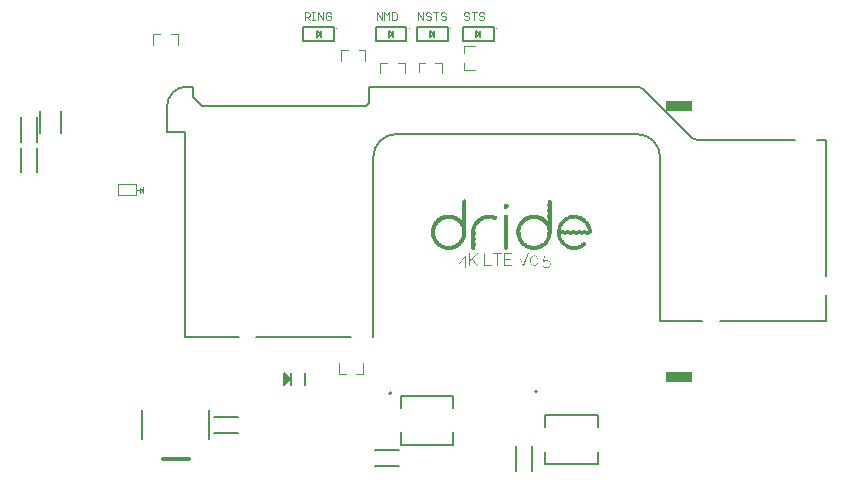
<source format=gto>
G04*
G04 #@! TF.GenerationSoftware,Altium Limited,Altium Designer,22.2.1 (43)*
G04*
G04 Layer_Color=65535*
%FSLAX44Y44*%
%MOMM*%
G71*
G04*
G04 #@! TF.SameCoordinates,D676EA34-7746-482F-A41B-9349FDE20BFB*
G04*
G04*
G04 #@! TF.FilePolarity,Positive*
G04*
G01*
G75*
%ADD10C,0.1270*%
%ADD11C,0.1016*%
%ADD12C,0.2000*%
%ADD13C,0.3000*%
%ADD14C,0.1530*%
%ADD15C,0.1001*%
%ADD16C,0.1000*%
%ADD17R,2.2330X0.9000*%
G36*
X344351Y159233D02*
X344711D01*
Y158873D01*
X345071D01*
Y158513D01*
X345431D01*
Y158153D01*
X345791D01*
Y157794D01*
X345431D01*
Y157434D01*
X345791D01*
Y157074D01*
Y156714D01*
Y156354D01*
X345431D01*
Y155995D01*
Y155635D01*
X344711D01*
Y155275D01*
X344351D01*
Y154915D01*
X343272D01*
Y155275D01*
X342912D01*
Y154915D01*
X342552D01*
Y155275D01*
X342193D01*
Y155635D01*
X341833D01*
Y155995D01*
X341473D01*
Y156354D01*
Y156714D01*
Y157074D01*
X341113D01*
Y157434D01*
X341473D01*
Y157794D01*
Y158153D01*
Y158513D01*
X341833D01*
Y158873D01*
X342912D01*
Y159233D01*
X343272D01*
Y159593D01*
X343632D01*
Y159233D01*
X343992D01*
Y159593D01*
X344351D01*
Y159233D01*
D02*
G37*
G36*
Y149878D02*
X344711D01*
Y149518D01*
X345071D01*
Y149158D01*
X345431D01*
Y148799D01*
X345071D01*
Y148439D01*
X345431D01*
Y148079D01*
Y147719D01*
Y147359D01*
X345071D01*
Y147000D01*
X345431D01*
Y146640D01*
Y146280D01*
Y145920D01*
X345071D01*
Y145560D01*
X345431D01*
Y145201D01*
X345071D01*
Y144841D01*
X345431D01*
Y144481D01*
X345071D01*
Y144121D01*
X345431D01*
Y143761D01*
Y143401D01*
Y143042D01*
X345071D01*
Y142682D01*
X345431D01*
Y142322D01*
Y141962D01*
Y141602D01*
X345071D01*
Y141243D01*
X345431D01*
Y140883D01*
Y140523D01*
Y140163D01*
X345071D01*
Y139803D01*
X345431D01*
Y139444D01*
X345071D01*
Y139084D01*
X345431D01*
Y138724D01*
X345071D01*
Y138364D01*
X345431D01*
Y138005D01*
Y137645D01*
Y137285D01*
X345071D01*
Y136925D01*
X345431D01*
Y136565D01*
Y136206D01*
Y135846D01*
X345071D01*
Y135486D01*
X345431D01*
Y135126D01*
Y134766D01*
Y134406D01*
X345071D01*
Y134047D01*
X345431D01*
Y133687D01*
X345071D01*
Y133327D01*
X345431D01*
Y132967D01*
X345071D01*
Y132607D01*
X345431D01*
Y132248D01*
Y131888D01*
Y131528D01*
X345071D01*
Y131168D01*
X345431D01*
Y130808D01*
Y130449D01*
Y130089D01*
X345071D01*
Y129729D01*
X345431D01*
Y129369D01*
Y129009D01*
Y128650D01*
X345071D01*
Y128290D01*
X345431D01*
Y127930D01*
X345071D01*
Y127570D01*
X345431D01*
Y127210D01*
X345071D01*
Y126851D01*
X345431D01*
Y126491D01*
Y126131D01*
Y125771D01*
X345071D01*
Y125411D01*
X345431D01*
Y125052D01*
Y124692D01*
Y124332D01*
X345071D01*
Y123972D01*
X345431D01*
Y123612D01*
Y123253D01*
Y122893D01*
X345071D01*
Y122533D01*
X345431D01*
Y122173D01*
Y121813D01*
Y121454D01*
X345071D01*
Y121094D01*
X344711D01*
Y120734D01*
X344351D01*
Y120374D01*
X342552D01*
Y120734D01*
X342193D01*
Y121094D01*
X341833D01*
Y121454D01*
X342193D01*
Y121813D01*
X341833D01*
Y122173D01*
X342193D01*
Y122533D01*
X341833D01*
Y122893D01*
X342193D01*
Y123253D01*
X341833D01*
Y123612D01*
X342193D01*
Y123972D01*
X341833D01*
Y124332D01*
X342193D01*
Y124692D01*
X341833D01*
Y125052D01*
X342193D01*
Y125411D01*
X341833D01*
Y125771D01*
X342193D01*
Y126131D01*
X341833D01*
Y126491D01*
X342193D01*
Y126851D01*
X341833D01*
Y127210D01*
X342193D01*
Y127570D01*
X341833D01*
Y127930D01*
X342193D01*
Y128290D01*
X341833D01*
Y128650D01*
X342193D01*
Y129009D01*
X341833D01*
Y129369D01*
X342193D01*
Y129729D01*
X341833D01*
Y130089D01*
X342193D01*
Y130449D01*
X341833D01*
Y130808D01*
X342193D01*
Y131168D01*
X341833D01*
Y131528D01*
X342193D01*
Y131888D01*
X341833D01*
Y132248D01*
X342193D01*
Y132607D01*
X341833D01*
Y132967D01*
X342193D01*
Y133327D01*
X341833D01*
Y133687D01*
X342193D01*
Y134047D01*
X341833D01*
Y134406D01*
X342193D01*
Y134766D01*
X341833D01*
Y135126D01*
X342193D01*
Y135486D01*
X341833D01*
Y135846D01*
X342193D01*
Y136206D01*
X341833D01*
Y136565D01*
X342193D01*
Y136925D01*
X341833D01*
Y137285D01*
X342193D01*
Y137645D01*
X341833D01*
Y138005D01*
X342193D01*
Y138364D01*
X341833D01*
Y138724D01*
X342193D01*
Y139084D01*
X341833D01*
Y139444D01*
X342193D01*
Y139803D01*
X341833D01*
Y140163D01*
X342193D01*
Y140523D01*
X341833D01*
Y140883D01*
X342193D01*
Y141243D01*
X341833D01*
Y141602D01*
X342193D01*
Y141962D01*
X341833D01*
Y142322D01*
X342193D01*
Y142682D01*
X341833D01*
Y143042D01*
X342193D01*
Y143401D01*
X341833D01*
Y143761D01*
X342193D01*
Y144121D01*
X341833D01*
Y144481D01*
X342193D01*
Y144841D01*
X341833D01*
Y145201D01*
X342193D01*
Y145560D01*
X341833D01*
Y145920D01*
X342193D01*
Y146280D01*
X341833D01*
Y146640D01*
X342193D01*
Y147000D01*
X341833D01*
Y147359D01*
X342193D01*
Y147719D01*
X341833D01*
Y148079D01*
X342193D01*
Y148439D01*
X341833D01*
Y148799D01*
X342193D01*
Y149158D01*
Y149518D01*
X342912D01*
Y149878D01*
X343272D01*
Y150238D01*
X343632D01*
Y149878D01*
X343992D01*
Y150238D01*
X344351D01*
Y149878D01*
D02*
G37*
G36*
X331399D02*
X331758D01*
Y149518D01*
X332118D01*
Y149878D01*
X332478D01*
Y149518D01*
X333557D01*
Y149158D01*
X334637D01*
Y148799D01*
X335716D01*
Y148439D01*
Y148079D01*
Y147719D01*
X336076D01*
Y147359D01*
Y147000D01*
Y146640D01*
X335716D01*
Y146280D01*
X335356D01*
Y145920D01*
X334996D01*
Y145560D01*
X333917D01*
Y145920D01*
X333557D01*
Y145560D01*
X333198D01*
Y145920D01*
X332838D01*
Y146280D01*
X331758D01*
Y146640D01*
X331399D01*
Y146280D01*
X331039D01*
Y146640D01*
X330679D01*
Y147000D01*
X330319D01*
Y146640D01*
X330679D01*
Y146280D01*
X330319D01*
Y146640D01*
X329240D01*
Y147000D01*
X328880D01*
Y146640D01*
X327800D01*
Y146280D01*
X327441D01*
Y146640D01*
X327081D01*
Y146280D01*
X326721D01*
Y146640D01*
X326361D01*
Y146280D01*
X325282D01*
Y145920D01*
X324202D01*
Y145560D01*
X323843D01*
Y145201D01*
X323483D01*
Y144841D01*
X323123D01*
Y145201D01*
X322763D01*
Y144841D01*
X322403D01*
Y144481D01*
X322044D01*
Y144121D01*
X321684D01*
Y143761D01*
X321324D01*
Y143401D01*
X320964D01*
Y143042D01*
X320604D01*
Y142682D01*
X320245D01*
Y142322D01*
X319885D01*
Y141962D01*
X319525D01*
Y141602D01*
X319165D01*
Y141243D01*
X318805D01*
Y140883D01*
X319165D01*
Y140523D01*
X318805D01*
Y140163D01*
X318446D01*
Y139803D01*
X318086D01*
Y139444D01*
X318446D01*
Y139084D01*
X318086D01*
Y138724D01*
X317726D01*
Y138364D01*
Y138005D01*
Y137645D01*
X317366D01*
Y137285D01*
X317726D01*
Y136925D01*
X317366D01*
Y136565D01*
X317726D01*
Y136206D01*
X317366D01*
Y135846D01*
X317726D01*
Y135486D01*
X317366D01*
Y135126D01*
X317726D01*
Y134766D01*
X317366D01*
Y134406D01*
X317726D01*
Y134047D01*
X317366D01*
Y133687D01*
X317726D01*
Y133327D01*
X317366D01*
Y132967D01*
X317726D01*
Y132607D01*
X317366D01*
Y132248D01*
X317726D01*
Y131888D01*
X317366D01*
Y131528D01*
X317726D01*
Y131168D01*
X317366D01*
Y130808D01*
X317726D01*
Y130449D01*
X317366D01*
Y130089D01*
X317726D01*
Y129729D01*
X317366D01*
Y129369D01*
X317726D01*
Y129009D01*
X317366D01*
Y128650D01*
X317726D01*
Y128290D01*
X317366D01*
Y127930D01*
X317726D01*
Y127570D01*
X317366D01*
Y127210D01*
X317726D01*
Y126851D01*
X317366D01*
Y126491D01*
X317726D01*
Y126131D01*
X317366D01*
Y125771D01*
X317726D01*
Y125411D01*
X317366D01*
Y125052D01*
X317726D01*
Y124692D01*
X317366D01*
Y124332D01*
X317726D01*
Y123972D01*
X317366D01*
Y123612D01*
X317726D01*
Y123253D01*
X317366D01*
Y122893D01*
X317726D01*
Y122533D01*
X317366D01*
Y122173D01*
X317726D01*
Y121813D01*
X317366D01*
Y121454D01*
Y121094D01*
Y120734D01*
X317006D01*
Y120374D01*
X315927D01*
Y120014D01*
X315567D01*
Y120374D01*
X314488D01*
Y120734D01*
Y121094D01*
X314128D01*
Y121454D01*
Y121813D01*
Y122173D01*
Y122533D01*
X313768D01*
Y122893D01*
X314128D01*
Y123253D01*
Y123612D01*
Y123972D01*
X313768D01*
Y124332D01*
X314128D01*
Y124692D01*
Y125052D01*
Y125411D01*
X313768D01*
Y125771D01*
X314128D01*
Y126131D01*
Y126491D01*
Y126851D01*
X313768D01*
Y127210D01*
X314128D01*
Y127570D01*
Y127930D01*
Y128290D01*
X313768D01*
Y128650D01*
X314128D01*
Y129009D01*
Y129369D01*
Y129729D01*
X313768D01*
Y130089D01*
X314128D01*
Y130449D01*
Y130808D01*
Y131168D01*
X313768D01*
Y131528D01*
X314128D01*
Y131888D01*
Y132248D01*
Y132607D01*
X313768D01*
Y132967D01*
X314128D01*
Y133327D01*
Y133687D01*
Y134047D01*
X313768D01*
Y134406D01*
X314128D01*
Y134766D01*
Y135126D01*
Y135486D01*
Y135846D01*
Y136206D01*
Y136565D01*
Y136925D01*
Y137285D01*
Y137645D01*
X314488D01*
Y138005D01*
Y138364D01*
Y138724D01*
X314848D01*
Y139084D01*
X314488D01*
Y139444D01*
X314848D01*
Y139803D01*
Y140163D01*
Y140523D01*
X315207D01*
Y140883D01*
X315567D01*
Y141243D01*
X315207D01*
Y141602D01*
X315567D01*
Y141962D01*
X315927D01*
Y142322D01*
X316287D01*
Y142682D01*
Y143042D01*
X316647D01*
Y143401D01*
Y143761D01*
X317006D01*
Y144121D01*
X317366D01*
Y144481D01*
X317726D01*
Y144841D01*
X318086D01*
Y145201D01*
X318446D01*
Y145560D01*
X318805D01*
Y145920D01*
X319165D01*
Y146280D01*
X319525D01*
Y146640D01*
X319885D01*
Y147000D01*
X320245D01*
Y147359D01*
X320604D01*
Y147719D01*
X320964D01*
Y147359D01*
X321324D01*
Y147719D01*
X321684D01*
Y148079D01*
X322044D01*
Y148439D01*
X322403D01*
Y148799D01*
X323483D01*
Y149158D01*
X323843D01*
Y148799D01*
X324202D01*
Y149158D01*
X324562D01*
Y149518D01*
X325642D01*
Y149878D01*
X326001D01*
Y149518D01*
X326361D01*
Y149878D01*
X326721D01*
Y150238D01*
X327081D01*
Y149878D01*
X327441D01*
Y150238D01*
X327800D01*
Y149878D01*
X328160D01*
Y150238D01*
X328520D01*
Y149878D01*
X328880D01*
Y150238D01*
X329240D01*
Y149878D01*
X329599D01*
Y150238D01*
X329959D01*
Y149878D01*
X330319D01*
Y150238D01*
X330679D01*
Y149878D01*
X331039D01*
Y150238D01*
X331399D01*
Y149878D01*
D02*
G37*
G36*
X403719Y149518D02*
X404798D01*
Y149158D01*
X405158D01*
Y149518D01*
X405518D01*
Y149158D01*
X405878D01*
Y148799D01*
X406957D01*
Y148439D01*
X407317D01*
Y148799D01*
X407677D01*
Y148439D01*
X408036D01*
Y148079D01*
X408396D01*
Y147719D01*
X408756D01*
Y147359D01*
X409836D01*
Y147000D01*
X410195D01*
Y146640D01*
X410555D01*
Y146280D01*
X410915D01*
Y145920D01*
X411275D01*
Y145560D01*
X411634D01*
Y145201D01*
X411994D01*
Y144841D01*
X412354D01*
Y144481D01*
X412714D01*
Y144121D01*
X413074D01*
Y143761D01*
X413433D01*
Y143401D01*
X413793D01*
Y143042D01*
X414153D01*
Y142682D01*
X413793D01*
Y142322D01*
X414153D01*
Y141962D01*
X414513D01*
Y141602D01*
X414873D01*
Y141243D01*
Y140883D01*
Y140523D01*
X415233D01*
Y140163D01*
Y139803D01*
Y139444D01*
X415592D01*
Y139084D01*
Y138724D01*
Y138364D01*
X415952D01*
Y138005D01*
Y137645D01*
Y137285D01*
X416312D01*
Y136925D01*
X415952D01*
Y136565D01*
X416312D01*
Y136206D01*
X415952D01*
Y135846D01*
X416312D01*
Y135486D01*
X415952D01*
Y135126D01*
X416312D01*
Y134766D01*
X415952D01*
Y134406D01*
X415592D01*
Y134047D01*
X415233D01*
Y133687D01*
X414873D01*
Y133327D01*
X414513D01*
Y133687D01*
X414153D01*
Y133327D01*
X413793D01*
Y133687D01*
X413433D01*
Y133327D01*
X413074D01*
Y133687D01*
X412714D01*
Y133327D01*
X412354D01*
Y133687D01*
X411994D01*
Y133327D01*
X411634D01*
Y133687D01*
X411275D01*
Y133327D01*
X410915D01*
Y133687D01*
X410555D01*
Y133327D01*
X410195D01*
Y133687D01*
X409836D01*
Y133327D01*
X409476D01*
Y133687D01*
X409116D01*
Y133327D01*
X408756D01*
Y133687D01*
X408396D01*
Y133327D01*
X408036D01*
Y133687D01*
X407677D01*
Y133327D01*
X407317D01*
Y133687D01*
X406957D01*
Y133327D01*
X406597D01*
Y133687D01*
X406237D01*
Y133327D01*
X405878D01*
Y133687D01*
X405518D01*
Y133327D01*
X405158D01*
Y133687D01*
X404798D01*
Y133327D01*
X404438D01*
Y133687D01*
X404079D01*
Y133327D01*
X403719D01*
Y133687D01*
X403359D01*
Y133327D01*
X402999D01*
Y133687D01*
X402639D01*
Y133327D01*
X402280D01*
Y133687D01*
X401920D01*
Y133327D01*
X401560D01*
Y133687D01*
X401200D01*
Y133327D01*
X400840D01*
Y133687D01*
X400481D01*
Y133327D01*
X400121D01*
Y133687D01*
X399761D01*
Y133327D01*
X399401D01*
Y133687D01*
X399041D01*
Y133327D01*
X398682D01*
Y133687D01*
X398322D01*
Y133327D01*
X397962D01*
Y133687D01*
X397602D01*
Y133327D01*
X397242D01*
Y133687D01*
X396883D01*
Y133327D01*
X396523D01*
Y133687D01*
X396163D01*
Y133327D01*
X395803D01*
Y133687D01*
X395443D01*
Y133327D01*
X395084D01*
Y133687D01*
X394724D01*
Y133327D01*
X394364D01*
Y133687D01*
X394004D01*
Y133327D01*
X393644D01*
Y133687D01*
X393285D01*
Y133327D01*
X392925D01*
Y133687D01*
X392565D01*
Y133327D01*
X392205D01*
Y133687D01*
X391845D01*
Y133327D01*
X391485D01*
Y133687D01*
X391126D01*
Y133327D01*
X390766D01*
Y133687D01*
X390406D01*
Y133327D01*
X389687D01*
Y132967D01*
Y132607D01*
X390046D01*
Y132248D01*
Y131888D01*
Y131528D01*
X390406D01*
Y131168D01*
Y130808D01*
Y130449D01*
X390766D01*
Y130089D01*
X391126D01*
Y129729D01*
X390766D01*
Y129369D01*
X391126D01*
Y129009D01*
X391485D01*
Y128650D01*
X391845D01*
Y128290D01*
X392205D01*
Y127930D01*
X392565D01*
Y127570D01*
Y127210D01*
X393285D01*
Y126851D01*
X393644D01*
Y126491D01*
X394004D01*
Y126131D01*
X394364D01*
Y125771D01*
X394724D01*
Y125411D01*
X395084D01*
Y125052D01*
X396163D01*
Y124692D01*
X396523D01*
Y124332D01*
X397602D01*
Y123972D01*
X398682D01*
Y123612D01*
X399041D01*
Y123972D01*
X399401D01*
Y123612D01*
X403359D01*
Y123972D01*
X403719D01*
Y123612D01*
X404079D01*
Y123972D01*
X404438D01*
Y124332D01*
X405518D01*
Y124692D01*
X405878D01*
Y124332D01*
X406237D01*
Y124692D01*
X406597D01*
Y125052D01*
X406957D01*
Y125411D01*
X407317D01*
Y125771D01*
X408396D01*
Y126131D01*
X408756D01*
Y126491D01*
X409116D01*
Y126851D01*
X409476D01*
Y126491D01*
X409836D01*
Y126851D01*
X410195D01*
Y126491D01*
X410555D01*
Y126131D01*
X410915D01*
Y125771D01*
X411275D01*
Y125411D01*
Y125052D01*
Y124692D01*
Y124332D01*
Y123972D01*
X410915D01*
Y123612D01*
X410555D01*
Y123253D01*
X409476D01*
Y122893D01*
Y122533D01*
X408756D01*
Y122173D01*
X408396D01*
Y121813D01*
X407317D01*
Y121454D01*
X406957D01*
Y121094D01*
X405158D01*
Y120734D01*
X404079D01*
Y120374D01*
X403719D01*
Y120734D01*
X403359D01*
Y120374D01*
X399401D01*
Y120734D01*
X399041D01*
Y120374D01*
X398682D01*
Y120734D01*
X398322D01*
Y120374D01*
X397962D01*
Y120734D01*
X397602D01*
Y121094D01*
X395803D01*
Y121454D01*
X395443D01*
Y121813D01*
X394364D01*
Y122173D01*
X394004D01*
Y122533D01*
X392925D01*
Y122893D01*
X392565D01*
Y123253D01*
X392205D01*
Y123612D01*
X391845D01*
Y123972D01*
X391485D01*
Y124332D01*
X391126D01*
Y124692D01*
X390766D01*
Y125052D01*
X390406D01*
Y125411D01*
X390046D01*
Y125771D01*
X389687D01*
Y126131D01*
X389327D01*
Y126491D01*
Y126851D01*
X388967D01*
Y127210D01*
Y127570D01*
X388607D01*
Y127930D01*
X388247D01*
Y128290D01*
X387887D01*
Y128650D01*
X388247D01*
Y129009D01*
X387887D01*
Y129369D01*
X387528D01*
Y129729D01*
X387168D01*
Y130089D01*
X387528D01*
Y130449D01*
X387168D01*
Y130808D01*
Y131168D01*
Y131528D01*
X386808D01*
Y131888D01*
Y132248D01*
Y132607D01*
Y132967D01*
Y133327D01*
X386448D01*
Y133687D01*
X386808D01*
Y134047D01*
X386448D01*
Y134406D01*
X386808D01*
Y134766D01*
X386448D01*
Y135126D01*
X386808D01*
Y135486D01*
X386448D01*
Y135846D01*
X386808D01*
Y136206D01*
X386448D01*
Y136565D01*
X386808D01*
Y136925D01*
X386448D01*
Y137285D01*
X386808D01*
Y137645D01*
Y138005D01*
Y138364D01*
X387168D01*
Y138724D01*
Y139084D01*
Y139444D01*
X387528D01*
Y139803D01*
X387168D01*
Y140163D01*
X387528D01*
Y140523D01*
X387887D01*
Y140883D01*
Y141243D01*
Y141602D01*
X388247D01*
Y141962D01*
X388607D01*
Y142322D01*
Y142682D01*
Y143042D01*
X388967D01*
Y143401D01*
X389327D01*
Y143761D01*
X389687D01*
Y144121D01*
X390046D01*
Y144481D01*
X390406D01*
Y144841D01*
Y145201D01*
X391126D01*
Y145560D01*
Y145920D01*
X391845D01*
Y146280D01*
X392205D01*
Y146640D01*
X392565D01*
Y147000D01*
X392925D01*
Y147359D01*
X393644D01*
Y147719D01*
Y148079D01*
X394724D01*
Y148439D01*
X395084D01*
Y148799D01*
X395443D01*
Y148439D01*
X395803D01*
Y148799D01*
X396883D01*
Y149158D01*
X397242D01*
Y149518D01*
X397602D01*
Y149158D01*
X397962D01*
Y149518D01*
X399041D01*
Y149878D01*
X399401D01*
Y149518D01*
X399761D01*
Y149878D01*
X400121D01*
Y149518D01*
X400481D01*
Y149878D01*
X400840D01*
Y149518D01*
X401200D01*
Y149878D01*
X401560D01*
Y149518D01*
X401920D01*
Y149878D01*
X402280D01*
Y149518D01*
X402639D01*
Y149878D01*
X402999D01*
Y149518D01*
X403359D01*
Y149878D01*
X403719D01*
Y149518D01*
D02*
G37*
G36*
X308371Y162831D02*
X308731D01*
Y162471D01*
X309450D01*
Y162111D01*
Y161751D01*
X309810D01*
Y161392D01*
Y161032D01*
Y160672D01*
X309450D01*
Y160312D01*
X309810D01*
Y159952D01*
Y159593D01*
Y159233D01*
X309450D01*
Y158873D01*
X309810D01*
Y158513D01*
Y158153D01*
Y157794D01*
X309450D01*
Y157434D01*
X309810D01*
Y157074D01*
Y156714D01*
Y156354D01*
X309450D01*
Y155995D01*
X309810D01*
Y155635D01*
Y155275D01*
Y154915D01*
X309450D01*
Y154555D01*
X309810D01*
Y154196D01*
Y153836D01*
Y153476D01*
X309450D01*
Y153116D01*
X309810D01*
Y152756D01*
Y152397D01*
Y152037D01*
X309450D01*
Y151677D01*
X309810D01*
Y151317D01*
Y150957D01*
Y150598D01*
X309450D01*
Y150238D01*
X309810D01*
Y149878D01*
Y149518D01*
Y149158D01*
X309450D01*
Y148799D01*
X309810D01*
Y148439D01*
Y148079D01*
Y147719D01*
X309450D01*
Y147359D01*
X309810D01*
Y147000D01*
Y146640D01*
Y146280D01*
X309450D01*
Y145920D01*
X309810D01*
Y145560D01*
Y145201D01*
Y144841D01*
X309450D01*
Y144481D01*
X309810D01*
Y144121D01*
Y143761D01*
Y143401D01*
X309450D01*
Y143042D01*
X309810D01*
Y142682D01*
Y142322D01*
Y141962D01*
X309450D01*
Y141602D01*
X309810D01*
Y141243D01*
Y140883D01*
Y140523D01*
X309450D01*
Y140163D01*
X309810D01*
Y139803D01*
Y139444D01*
Y139084D01*
X309450D01*
Y138724D01*
X309810D01*
Y138364D01*
Y138005D01*
Y137645D01*
X309450D01*
Y137285D01*
X309810D01*
Y136925D01*
Y136565D01*
Y136206D01*
X309450D01*
Y135846D01*
X309810D01*
Y135486D01*
Y135126D01*
Y134766D01*
X309450D01*
Y134406D01*
X309810D01*
Y134047D01*
Y133687D01*
Y133327D01*
X309450D01*
Y132967D01*
X309810D01*
Y132607D01*
X309450D01*
Y132248D01*
X309810D01*
Y131888D01*
X309450D01*
Y131528D01*
Y131168D01*
Y130808D01*
X309091D01*
Y130449D01*
Y130089D01*
Y129729D01*
X308731D01*
Y129369D01*
Y129009D01*
X308371D01*
Y128650D01*
Y128290D01*
X308011D01*
Y127930D01*
Y127570D01*
X307652D01*
Y127210D01*
Y126851D01*
X307292D01*
Y126491D01*
X306932D01*
Y126131D01*
X306572D01*
Y125771D01*
X306212D01*
Y125411D01*
X305853D01*
Y125052D01*
X305493D01*
Y124692D01*
X305133D01*
Y124332D01*
Y123972D01*
X304413D01*
Y123612D01*
X304053D01*
Y123253D01*
X303694D01*
Y122893D01*
X303334D01*
Y122533D01*
X302974D01*
Y122173D01*
X301895D01*
Y121813D01*
X300815D01*
Y121454D01*
X301175D01*
Y121094D01*
X300815D01*
Y121454D01*
X300455D01*
Y121094D01*
X299376D01*
Y120734D01*
X299016D01*
Y120374D01*
X298656D01*
Y120734D01*
X298297D01*
Y120374D01*
X291460D01*
Y120734D01*
X290381D01*
Y121094D01*
X289302D01*
Y121454D01*
X288942D01*
Y121813D01*
X287862D01*
Y122173D01*
X287502D01*
Y122533D01*
X286423D01*
Y122893D01*
X286063D01*
Y123253D01*
X285704D01*
Y123612D01*
X285344D01*
Y123972D01*
X284984D01*
Y124332D01*
X284624D01*
Y124692D01*
X284264D01*
Y125052D01*
X283904D01*
Y125411D01*
X283545D01*
Y125771D01*
X283185D01*
Y126131D01*
X282825D01*
Y126491D01*
X282465D01*
Y126851D01*
X282106D01*
Y127210D01*
X282465D01*
Y127570D01*
X282106D01*
Y127930D01*
X281746D01*
Y128290D01*
X281386D01*
Y128650D01*
Y129009D01*
Y129369D01*
X281026D01*
Y129729D01*
X280666D01*
Y130089D01*
X281026D01*
Y130449D01*
X280666D01*
Y130808D01*
Y131168D01*
Y131528D01*
X280306D01*
Y131888D01*
Y132248D01*
Y132607D01*
X279947D01*
Y132967D01*
X280306D01*
Y133327D01*
X279947D01*
Y133687D01*
X280306D01*
Y134047D01*
X279947D01*
Y134406D01*
X280306D01*
Y134766D01*
X279947D01*
Y135126D01*
X280306D01*
Y135486D01*
X279947D01*
Y135846D01*
X280306D01*
Y136206D01*
X279947D01*
Y136565D01*
X280306D01*
Y136925D01*
X279947D01*
Y137285D01*
X280306D01*
Y137645D01*
X279947D01*
Y138005D01*
X280306D01*
Y138364D01*
Y138724D01*
Y139084D01*
X280666D01*
Y139444D01*
Y139803D01*
Y140163D01*
X281026D01*
Y140523D01*
Y140883D01*
Y141243D01*
X281386D01*
Y141602D01*
X281746D01*
Y141962D01*
X281386D01*
Y142322D01*
X281746D01*
Y142682D01*
X282106D01*
Y143042D01*
X282465D01*
Y143401D01*
X282825D01*
Y143761D01*
X283185D01*
Y144121D01*
X282825D01*
Y144481D01*
X283185D01*
Y144841D01*
X283545D01*
Y145201D01*
X283904D01*
Y145560D01*
X284264D01*
Y145920D01*
X284624D01*
Y146280D01*
X284984D01*
Y146640D01*
X285344D01*
Y147000D01*
X285704D01*
Y147359D01*
X286783D01*
Y147719D01*
X287143D01*
Y148079D01*
X287502D01*
Y148439D01*
X287862D01*
Y148799D01*
X288222D01*
Y148439D01*
X288582D01*
Y148799D01*
X288942D01*
Y149158D01*
X289302D01*
Y148799D01*
X289661D01*
Y149158D01*
X290021D01*
Y149518D01*
X291101D01*
Y149878D01*
X291460D01*
Y149518D01*
X291820D01*
Y149878D01*
X292180D01*
Y150238D01*
X292540D01*
Y149878D01*
X292900D01*
Y150238D01*
X293259D01*
Y149878D01*
X293619D01*
Y150238D01*
X293979D01*
Y149878D01*
X294339D01*
Y150238D01*
X294699D01*
Y149878D01*
X295058D01*
Y150238D01*
X295418D01*
Y149878D01*
X295778D01*
Y150238D01*
X296138D01*
Y149878D01*
X296498D01*
Y150238D01*
X296857D01*
Y149878D01*
X297217D01*
Y149518D01*
X297577D01*
Y149878D01*
X297937D01*
Y149518D01*
X298297D01*
Y149878D01*
X298656D01*
Y149518D01*
X299736D01*
Y149158D01*
X300096D01*
Y148799D01*
X300455D01*
Y149158D01*
X300815D01*
Y148799D01*
X301895D01*
Y148439D01*
X302255D01*
Y148079D01*
X302614D01*
Y147719D01*
X302974D01*
Y147359D01*
X304053D01*
Y147000D01*
X304413D01*
Y146640D01*
X304773D01*
Y146280D01*
X305133D01*
Y145920D01*
X305493D01*
Y145560D01*
X305853D01*
Y145201D01*
X306212D01*
Y144841D01*
X306572D01*
Y145201D01*
Y145560D01*
Y145920D01*
Y146280D01*
Y146640D01*
Y147000D01*
Y147359D01*
Y147719D01*
Y148079D01*
Y148439D01*
Y148799D01*
Y149158D01*
Y149518D01*
Y149878D01*
Y150238D01*
Y150598D01*
Y150957D01*
Y151317D01*
Y151677D01*
Y152037D01*
Y152397D01*
Y152756D01*
Y153116D01*
Y153476D01*
Y153836D01*
Y154196D01*
Y154555D01*
Y154915D01*
Y155275D01*
Y155635D01*
Y155995D01*
Y156354D01*
Y156714D01*
Y157074D01*
Y157434D01*
Y157794D01*
Y158153D01*
Y158513D01*
Y158873D01*
Y159233D01*
Y159593D01*
Y159952D01*
Y160312D01*
Y160672D01*
Y161032D01*
Y161392D01*
Y161751D01*
X306932D01*
Y162111D01*
Y162471D01*
X307652D01*
Y162831D01*
X308011D01*
Y163191D01*
X308371D01*
Y162831D01*
D02*
G37*
G36*
X380332D02*
X380691D01*
Y162471D01*
X381771D01*
Y162111D01*
Y161751D01*
X382131D01*
Y161392D01*
Y161032D01*
Y160672D01*
Y160312D01*
Y159952D01*
Y159593D01*
Y159233D01*
Y158873D01*
Y158513D01*
Y158153D01*
Y157794D01*
Y157434D01*
Y157074D01*
Y156714D01*
Y156354D01*
Y155995D01*
Y155635D01*
Y155275D01*
Y154915D01*
Y154555D01*
Y154196D01*
Y153836D01*
Y153476D01*
Y153116D01*
Y152756D01*
Y152397D01*
Y152037D01*
Y151677D01*
Y151317D01*
Y150957D01*
Y150598D01*
Y150238D01*
Y149878D01*
Y149518D01*
Y149158D01*
Y148799D01*
Y148439D01*
Y148079D01*
Y147719D01*
Y147359D01*
Y147000D01*
Y146640D01*
Y146280D01*
Y145920D01*
Y145560D01*
Y145201D01*
Y144841D01*
Y144481D01*
Y144121D01*
Y143761D01*
Y143401D01*
Y143042D01*
Y142682D01*
Y142322D01*
Y141962D01*
Y141602D01*
Y141243D01*
Y140883D01*
Y140523D01*
Y140163D01*
Y139803D01*
Y139444D01*
Y139084D01*
Y138724D01*
Y138364D01*
Y138005D01*
Y137645D01*
Y137285D01*
Y136925D01*
Y136565D01*
Y136206D01*
Y135846D01*
Y135486D01*
Y135126D01*
Y134766D01*
Y134406D01*
Y134047D01*
Y133687D01*
X381771D01*
Y133327D01*
X382131D01*
Y132967D01*
X381771D01*
Y132607D01*
Y132248D01*
Y131888D01*
X381411D01*
Y131528D01*
X381771D01*
Y131168D01*
X381411D01*
Y130808D01*
Y130449D01*
Y130089D01*
X381051D01*
Y129729D01*
X380691D01*
Y129369D01*
X381051D01*
Y129009D01*
X380691D01*
Y128650D01*
X380332D01*
Y128290D01*
Y127930D01*
Y127570D01*
X379972D01*
Y127210D01*
X379612D01*
Y126851D01*
X379252D01*
Y126491D01*
Y126131D01*
X378533D01*
Y125771D01*
X378892D01*
Y125411D01*
X378173D01*
Y125052D01*
Y124692D01*
X377813D01*
Y124332D01*
X377453D01*
Y123972D01*
X376734D01*
Y123612D01*
Y123253D01*
X375654D01*
Y122893D01*
X375294D01*
Y122533D01*
X374935D01*
Y122173D01*
X374575D01*
Y121813D01*
X373495D01*
Y121454D01*
X373136D01*
Y121813D01*
X372776D01*
Y121454D01*
X373136D01*
Y121094D01*
X372776D01*
Y121454D01*
X372416D01*
Y121094D01*
X371337D01*
Y120734D01*
X370977D01*
Y120374D01*
X370617D01*
Y120734D01*
X370257D01*
Y120374D01*
X364141D01*
Y120734D01*
X363781D01*
Y120374D01*
X363421D01*
Y120734D01*
X363061D01*
Y121094D01*
X361262D01*
Y121454D01*
X360902D01*
Y121813D01*
X359823D01*
Y122173D01*
X359463D01*
Y122533D01*
X359103D01*
Y122893D01*
X358744D01*
Y123253D01*
X357664D01*
Y123612D01*
X357304D01*
Y123972D01*
X356945D01*
Y124332D01*
X356585D01*
Y124692D01*
X356225D01*
Y125052D01*
X355865D01*
Y125411D01*
X355505D01*
Y125771D01*
Y126131D01*
X354786D01*
Y126491D01*
X355145D01*
Y126851D01*
X354786D01*
Y127210D01*
X354426D01*
Y127570D01*
X354066D01*
Y127930D01*
Y128290D01*
X353706D01*
Y128650D01*
Y129009D01*
X353346D01*
Y129369D01*
Y129729D01*
Y130089D01*
X352987D01*
Y130449D01*
Y130808D01*
Y131168D01*
X352627D01*
Y131528D01*
X352987D01*
Y131888D01*
X352627D01*
Y132248D01*
Y132607D01*
Y132967D01*
X352267D01*
Y133327D01*
Y133687D01*
Y134047D01*
Y134406D01*
Y134766D01*
Y135126D01*
Y135486D01*
Y135846D01*
Y136206D01*
Y136565D01*
Y136925D01*
X352627D01*
Y137285D01*
X352267D01*
Y137645D01*
X352627D01*
Y138005D01*
Y138364D01*
Y138724D01*
X352987D01*
Y139084D01*
X352627D01*
Y139444D01*
X352987D01*
Y139803D01*
Y140163D01*
X353346D01*
Y140523D01*
Y140883D01*
X353706D01*
Y141243D01*
X353346D01*
Y141602D01*
X353706D01*
Y141962D01*
X354066D01*
Y142322D01*
X354426D01*
Y142682D01*
X354066D01*
Y143042D01*
X354786D01*
Y143401D01*
Y143761D01*
X355145D01*
Y144121D01*
X355505D01*
Y144481D01*
X355865D01*
Y144841D01*
X356225D01*
Y145201D01*
X356585D01*
Y145560D01*
X356945D01*
Y145920D01*
X357304D01*
Y146280D01*
X357664D01*
Y146640D01*
X358024D01*
Y147000D01*
X358384D01*
Y147359D01*
X358744D01*
Y147719D01*
X359103D01*
Y148079D01*
X360183D01*
Y148439D01*
X360542D01*
Y148799D01*
X361622D01*
Y149158D01*
X361982D01*
Y149518D01*
X362341D01*
Y149158D01*
X362701D01*
Y149518D01*
X363781D01*
Y149878D01*
X364141D01*
Y149518D01*
X364500D01*
Y149878D01*
X365580D01*
Y150238D01*
X365940D01*
Y149878D01*
X366299D01*
Y150238D01*
X366659D01*
Y149878D01*
X367019D01*
Y150238D01*
X367379D01*
Y149878D01*
X367739D01*
Y150238D01*
X368098D01*
Y149878D01*
X368458D01*
Y150238D01*
X368818D01*
Y149878D01*
X369178D01*
Y149518D01*
X369538D01*
Y149878D01*
X369897D01*
Y149518D01*
X370257D01*
Y149878D01*
X370617D01*
Y149518D01*
X371696D01*
Y149158D01*
X372776D01*
Y148799D01*
X373855D01*
Y148439D01*
X374215D01*
Y148079D01*
X374575D01*
Y147719D01*
X374935D01*
Y148079D01*
X375294D01*
Y147719D01*
X375654D01*
Y147359D01*
X376014D01*
Y147000D01*
X376374D01*
Y146640D01*
X376734D01*
Y146280D01*
X377093D01*
Y145920D01*
X377813D01*
Y145560D01*
Y145201D01*
X378173D01*
Y144841D01*
X378533D01*
Y144481D01*
X378892D01*
Y144841D01*
X378533D01*
Y145201D01*
X378892D01*
Y145560D01*
X378533D01*
Y145920D01*
X378892D01*
Y146280D01*
X378533D01*
Y146640D01*
X378892D01*
Y147000D01*
X378533D01*
Y147359D01*
X378892D01*
Y147719D01*
X378533D01*
Y148079D01*
X378892D01*
Y148439D01*
X378533D01*
Y148799D01*
X378892D01*
Y149158D01*
X378533D01*
Y149518D01*
X378892D01*
Y149878D01*
X378533D01*
Y150238D01*
X378892D01*
Y150598D01*
X378533D01*
Y150957D01*
X378892D01*
Y151317D01*
X378533D01*
Y151677D01*
X378892D01*
Y152037D01*
X378533D01*
Y152397D01*
X378892D01*
Y152756D01*
X378533D01*
Y153116D01*
X378892D01*
Y153476D01*
X378533D01*
Y153836D01*
X378892D01*
Y154196D01*
X378533D01*
Y154555D01*
X378892D01*
Y154915D01*
X378533D01*
Y155275D01*
X378892D01*
Y155635D01*
X378533D01*
Y155995D01*
X378892D01*
Y156354D01*
X378533D01*
Y156714D01*
X378892D01*
Y157074D01*
X378533D01*
Y157434D01*
X378892D01*
Y157794D01*
X378533D01*
Y158153D01*
X378892D01*
Y158513D01*
X378533D01*
Y158873D01*
X378892D01*
Y159233D01*
X378533D01*
Y159593D01*
X378892D01*
Y159952D01*
X378533D01*
Y160312D01*
X378892D01*
Y160672D01*
X378533D01*
Y161032D01*
X378892D01*
Y161392D01*
X378533D01*
Y161751D01*
X378892D01*
Y162111D01*
X379252D01*
Y162471D01*
X379612D01*
Y162831D01*
X379972D01*
Y163191D01*
X380332D01*
Y162831D01*
D02*
G37*
G36*
X315208Y112810D02*
X319689Y107033D01*
X319096D01*
X314837Y112477D01*
X312689Y110236D01*
Y107033D01*
X312115D01*
Y117346D01*
X312689D01*
Y110847D01*
X318874Y117346D01*
X319485D01*
X315208Y112810D01*
D02*
G37*
G36*
X358370Y107033D02*
X357851D01*
X353445Y117346D01*
X353982D01*
X358111Y107681D01*
X362221Y117346D01*
X362777D01*
X358370Y107033D01*
D02*
G37*
G36*
X373294D02*
X372720D01*
Y108199D01*
X373294D01*
Y107033D01*
D02*
G37*
G36*
X348649Y116772D02*
X342464D01*
Y112569D01*
X347890D01*
Y112014D01*
X342464D01*
Y107588D01*
X348778D01*
Y107033D01*
X341890D01*
Y117346D01*
X348649D01*
Y116772D01*
D02*
G37*
G36*
X340353D02*
X336502D01*
Y107033D01*
X335928D01*
Y116772D01*
X332076D01*
Y117346D01*
X340353D01*
Y116772D01*
D02*
G37*
G36*
X325429Y107588D02*
X331743D01*
Y107033D01*
X324855D01*
Y117346D01*
X325429D01*
Y107588D01*
D02*
G37*
G36*
X367776Y115587D02*
X368036Y115550D01*
X368332Y115476D01*
X368647Y115384D01*
X368961Y115236D01*
X369276Y115032D01*
X369295D01*
X369313Y115013D01*
X369406Y114921D01*
X369572Y114791D01*
X369758Y114625D01*
X369961Y114402D01*
X370165Y114143D01*
X370369Y113828D01*
X370554Y113476D01*
Y113458D01*
X370572Y113439D01*
X370591Y113384D01*
X370628Y113310D01*
X370665Y113217D01*
X370702Y113106D01*
X370795Y112828D01*
X370869Y112495D01*
X370943Y112125D01*
X370998Y111699D01*
X371017Y111254D01*
Y111236D01*
Y111199D01*
Y111125D01*
Y111032D01*
X370998Y110921D01*
Y110792D01*
X370961Y110495D01*
X370906Y110143D01*
X370813Y109755D01*
X370702Y109366D01*
X370554Y108995D01*
Y108977D01*
X370535Y108958D01*
X370517Y108903D01*
X370480Y108829D01*
X370369Y108662D01*
X370221Y108440D01*
X370054Y108181D01*
X369832Y107921D01*
X369572Y107681D01*
X369276Y107440D01*
X369239Y107422D01*
X369128Y107347D01*
X368961Y107273D01*
X368739Y107162D01*
X368461Y107070D01*
X368147Y106977D01*
X367795Y106903D01*
X367406Y106884D01*
X367313D01*
X367239Y106903D01*
X367036Y106922D01*
X366777Y106959D01*
X366499Y107014D01*
X366184Y107125D01*
X365851Y107255D01*
X365536Y107440D01*
X365499Y107458D01*
X365406Y107551D01*
X365258Y107681D01*
X365073Y107847D01*
X364869Y108070D01*
X364647Y108347D01*
X364443Y108644D01*
X364258Y108995D01*
Y109014D01*
X364240Y109032D01*
X364221Y109088D01*
X364184Y109162D01*
X364147Y109255D01*
X364110Y109366D01*
X364036Y109643D01*
X363962Y109977D01*
X363888Y110366D01*
X363832Y110792D01*
X363814Y111254D01*
Y111273D01*
Y111310D01*
Y111384D01*
Y111458D01*
X363832Y111569D01*
Y111699D01*
X363869Y111995D01*
X363925Y112347D01*
X363999Y112717D01*
X364110Y113106D01*
X364258Y113476D01*
Y113495D01*
X364277Y113513D01*
X364314Y113569D01*
X364351Y113643D01*
X364443Y113810D01*
X364591Y114032D01*
X364777Y114291D01*
X364999Y114550D01*
X365240Y114810D01*
X365536Y115032D01*
X365554D01*
X365573Y115050D01*
X365684Y115124D01*
X365851Y115217D01*
X366091Y115328D01*
X366351Y115439D01*
X366684Y115532D01*
X367036Y115606D01*
X367406Y115624D01*
X367591D01*
X367776Y115587D01*
D02*
G37*
G36*
X380942Y114810D02*
X376387D01*
X375498Y110514D01*
X375516Y110532D01*
X375553Y110606D01*
X375627Y110699D01*
X375720Y110810D01*
X375850Y110940D01*
X376016Y111069D01*
X376239Y111217D01*
X376479Y111328D01*
X376516Y111347D01*
X376609Y111384D01*
X376757Y111421D01*
X376942Y111495D01*
X377164Y111551D01*
X377424Y111588D01*
X377683Y111625D01*
X377979Y111643D01*
X378146D01*
X378312Y111625D01*
X378535Y111588D01*
X378794Y111532D01*
X379090Y111458D01*
X379386Y111366D01*
X379683Y111217D01*
X379720Y111199D01*
X379812Y111143D01*
X379960Y111051D01*
X380127Y110903D01*
X380331Y110736D01*
X380534Y110532D01*
X380719Y110310D01*
X380905Y110032D01*
X380923Y109995D01*
X380979Y109903D01*
X381053Y109755D01*
X381145Y109551D01*
X381219Y109292D01*
X381293Y108995D01*
X381349Y108681D01*
X381368Y108329D01*
Y108310D01*
Y108292D01*
Y108236D01*
Y108162D01*
X381349Y107958D01*
X381312Y107718D01*
X381256Y107440D01*
X381164Y107144D01*
X381053Y106847D01*
X380886Y106551D01*
X380868Y106514D01*
X380793Y106422D01*
X380701Y106292D01*
X380553Y106125D01*
X380368Y105922D01*
X380145Y105737D01*
X379886Y105533D01*
X379608Y105366D01*
X379571Y105348D01*
X379479Y105292D01*
X379312Y105218D01*
X379109Y105144D01*
X378849Y105070D01*
X378572Y104996D01*
X378238Y104940D01*
X377905Y104922D01*
X377794D01*
X377720Y104940D01*
X377516Y104959D01*
X377238Y104996D01*
X376924Y105070D01*
X376590Y105181D01*
X376239Y105329D01*
X375905Y105533D01*
X375887D01*
X375868Y105570D01*
X375757Y105644D01*
X375609Y105773D01*
X375424Y105977D01*
X375201Y106218D01*
X374979Y106514D01*
X374776Y106866D01*
X374590Y107255D01*
X375146D01*
X375164Y107218D01*
X375220Y107125D01*
X375313Y106977D01*
X375442Y106792D01*
X375609Y106588D01*
X375794Y106366D01*
X376016Y106162D01*
X376275Y105977D01*
X376312Y105959D01*
X376405Y105903D01*
X376553Y105829D01*
X376757Y105737D01*
X376998Y105644D01*
X377275Y105570D01*
X377572Y105514D01*
X377905Y105496D01*
X378035D01*
X378201Y105514D01*
X378386Y105551D01*
X378627Y105588D01*
X378868Y105644D01*
X379127Y105737D01*
X379368Y105866D01*
X379405Y105885D01*
X379479Y105940D01*
X379590Y106014D01*
X379738Y106125D01*
X379905Y106273D01*
X380071Y106440D01*
X380257Y106644D01*
X380405Y106866D01*
X380423Y106903D01*
X380460Y106977D01*
X380534Y107107D01*
X380608Y107292D01*
X380664Y107496D01*
X380738Y107755D01*
X380775Y108033D01*
X380793Y108329D01*
Y108347D01*
Y108366D01*
Y108458D01*
X380775Y108625D01*
X380756Y108810D01*
X380701Y109032D01*
X380645Y109273D01*
X380553Y109514D01*
X380423Y109755D01*
X380405Y109773D01*
X380349Y109847D01*
X380275Y109958D01*
X380164Y110106D01*
X380016Y110255D01*
X379831Y110421D01*
X379627Y110569D01*
X379405Y110717D01*
X379368Y110736D01*
X379294Y110773D01*
X379164Y110829D01*
X378997Y110903D01*
X378775Y110958D01*
X378535Y111014D01*
X378275Y111051D01*
X377979Y111069D01*
X377849D01*
X377701Y111051D01*
X377516Y111032D01*
X377294Y110977D01*
X377035Y110921D01*
X376775Y110829D01*
X376516Y110717D01*
X376479Y110699D01*
X376405Y110662D01*
X376275Y110569D01*
X376109Y110458D01*
X375924Y110310D01*
X375738Y110143D01*
X375535Y109921D01*
X375350Y109681D01*
X374776D01*
X375905Y115384D01*
X380942Y115384D01*
Y114810D01*
D02*
G37*
G36*
X309245Y108607D02*
X310486D01*
Y108051D01*
X309245D01*
Y105237D01*
X308653D01*
Y108051D01*
X303505D01*
Y108477D01*
X308820Y115384D01*
X309245D01*
Y108607D01*
D02*
G37*
%LPC*%
G36*
X402639Y147000D02*
X402280D01*
Y146640D01*
X401200D01*
Y147000D01*
X400840D01*
Y146640D01*
X399761D01*
Y146280D01*
X399401D01*
Y146640D01*
X399041D01*
Y146280D01*
X397242D01*
Y145920D01*
X396883D01*
Y145560D01*
X395803D01*
Y145201D01*
X395443D01*
Y144841D01*
X394364D01*
Y144481D01*
X394004D01*
Y144121D01*
X393644D01*
Y143761D01*
X393285D01*
Y143401D01*
X392925D01*
Y143042D01*
X392565D01*
Y142682D01*
X392205D01*
Y142322D01*
X391845D01*
Y141962D01*
X391485D01*
Y141602D01*
X391845D01*
Y141243D01*
X391485D01*
Y140883D01*
X391126D01*
Y140523D01*
X390766D01*
Y140163D01*
Y139803D01*
Y139444D01*
X390406D01*
Y139084D01*
X390046D01*
Y138724D01*
X390406D01*
Y138364D01*
X390046D01*
Y138005D01*
X389687D01*
Y137645D01*
Y137285D01*
Y136925D01*
X390046D01*
Y136565D01*
X390406D01*
Y136925D01*
X390766D01*
Y136565D01*
X391126D01*
Y136925D01*
X391485D01*
Y136565D01*
X391845D01*
Y136925D01*
X392205D01*
Y136565D01*
X392565D01*
Y136925D01*
X392925D01*
Y136565D01*
X393285D01*
Y136925D01*
X393644D01*
Y136565D01*
X394004D01*
Y136925D01*
X394364D01*
Y136565D01*
X394724D01*
Y136925D01*
X395084D01*
Y136565D01*
X395443D01*
Y136925D01*
X395803D01*
Y136565D01*
X396163D01*
Y136925D01*
X396523D01*
Y136565D01*
X396883D01*
Y136925D01*
X397242D01*
Y136565D01*
X397602D01*
Y136925D01*
X397962D01*
Y136565D01*
X398322D01*
Y136925D01*
X398682D01*
Y136565D01*
X399041D01*
Y136925D01*
X399401D01*
Y136565D01*
X399761D01*
Y136925D01*
X400121D01*
Y136565D01*
X400481D01*
Y136925D01*
X400840D01*
Y136565D01*
X401200D01*
Y136925D01*
X401560D01*
Y136565D01*
X401920D01*
Y136925D01*
X402280D01*
Y136565D01*
X402639D01*
Y136925D01*
X402999D01*
Y136565D01*
X403359D01*
Y136925D01*
X403719D01*
Y136565D01*
X404079D01*
Y136925D01*
X404438D01*
Y136565D01*
X404798D01*
Y136925D01*
X405158D01*
Y136565D01*
X405518D01*
Y136925D01*
X405878D01*
Y136565D01*
X406237D01*
Y136925D01*
X406597D01*
Y136565D01*
X406957D01*
Y136925D01*
X407317D01*
Y136565D01*
X407677D01*
Y136925D01*
X408036D01*
Y136565D01*
X408396D01*
Y136925D01*
X408756D01*
Y136565D01*
X409116D01*
Y136925D01*
X409476D01*
Y136565D01*
X409836D01*
Y136925D01*
X410195D01*
Y136565D01*
X410555D01*
Y136925D01*
X410915D01*
Y136565D01*
X411275D01*
Y136925D01*
X411634D01*
Y136565D01*
X411994D01*
Y136925D01*
X412354D01*
Y136565D01*
X412714D01*
Y136925D01*
X412354D01*
Y137285D01*
X412714D01*
Y137645D01*
X412354D01*
Y138005D01*
X412714D01*
Y138364D01*
X412354D01*
Y138724D01*
X411994D01*
Y139084D01*
Y139444D01*
Y139803D01*
X411634D01*
Y140163D01*
X411275D01*
Y140523D01*
Y140883D01*
Y141243D01*
X410915D01*
Y141602D01*
X410555D01*
Y141962D01*
X410195D01*
Y142322D01*
Y142682D01*
X409476D01*
Y143042D01*
Y143401D01*
X409116D01*
Y143761D01*
X408756D01*
Y144121D01*
X408036D01*
Y144481D01*
X407677D01*
Y144841D01*
X407317D01*
Y145201D01*
X406957D01*
Y145560D01*
X406597D01*
Y145201D01*
X406237D01*
Y145560D01*
X405878D01*
Y145920D01*
X404798D01*
Y146280D01*
X403719D01*
Y146640D01*
X403359D01*
Y146280D01*
X402999D01*
Y146640D01*
X402639D01*
Y147000D01*
D02*
G37*
G36*
X393285Y123253D02*
X392925D01*
Y122893D01*
X393285D01*
Y123253D01*
D02*
G37*
G36*
X294699Y147000D02*
X294339D01*
Y146640D01*
X293259D01*
Y146280D01*
X292900D01*
Y146640D01*
X292540D01*
Y146280D01*
X291460D01*
Y145920D01*
X291101D01*
Y146280D01*
X290741D01*
Y145920D01*
X291101D01*
Y145560D01*
X290741D01*
Y145920D01*
X290381D01*
Y145560D01*
X289302D01*
Y145201D01*
X288942D01*
Y144841D01*
X288582D01*
Y144481D01*
X288222D01*
Y144121D01*
X287143D01*
Y143761D01*
X287502D01*
Y143401D01*
X286423D01*
Y143042D01*
X286783D01*
Y142682D01*
X286063D01*
Y142322D01*
Y141962D01*
X285704D01*
Y141602D01*
X285344D01*
Y141243D01*
X284984D01*
Y140883D01*
Y140523D01*
X284624D01*
Y140163D01*
Y139803D01*
X284264D01*
Y139444D01*
X283904D01*
Y139084D01*
Y138724D01*
Y138364D01*
X283545D01*
Y138005D01*
X283904D01*
Y137645D01*
X283545D01*
Y137285D01*
X283904D01*
Y136925D01*
X283545D01*
Y136565D01*
Y136206D01*
Y135846D01*
X283185D01*
Y135486D01*
X283545D01*
Y135126D01*
X283185D01*
Y134766D01*
X283545D01*
Y134406D01*
Y134047D01*
Y133687D01*
Y133327D01*
Y132967D01*
X283904D01*
Y132607D01*
X283545D01*
Y132248D01*
X283904D01*
Y131888D01*
Y131528D01*
Y131168D01*
X284264D01*
Y130808D01*
X284624D01*
Y130449D01*
X284264D01*
Y130089D01*
X284624D01*
Y129729D01*
X284984D01*
Y129369D01*
X285344D01*
Y129009D01*
X284984D01*
Y128650D01*
X285704D01*
Y128290D01*
Y127930D01*
X286063D01*
Y127570D01*
X286423D01*
Y127210D01*
X286783D01*
Y126851D01*
X287143D01*
Y126491D01*
X287502D01*
Y126131D01*
X287862D01*
Y125771D01*
X288582D01*
Y125411D01*
Y125052D01*
X289661D01*
Y124692D01*
X290021D01*
Y124332D01*
X291820D01*
Y123972D01*
X292180D01*
Y123612D01*
X292540D01*
Y123972D01*
X292900D01*
Y123612D01*
X296857D01*
Y123972D01*
X297217D01*
Y123612D01*
X297577D01*
Y123972D01*
X297937D01*
Y124332D01*
X298297D01*
Y123972D01*
X298656D01*
Y124332D01*
X299736D01*
Y124692D01*
X300096D01*
Y125052D01*
X301175D01*
Y125411D01*
X301535D01*
Y125771D01*
X301895D01*
Y126131D01*
X302255D01*
Y126491D01*
X302614D01*
Y126851D01*
X302974D01*
Y127210D01*
X303334D01*
Y127570D01*
X303694D01*
Y127930D01*
X304053D01*
Y128290D01*
X304413D01*
Y128650D01*
X304773D01*
Y129009D01*
Y129369D01*
X305133D01*
Y129729D01*
Y130089D01*
X305493D01*
Y130449D01*
Y130808D01*
Y131168D01*
X305853D01*
Y131528D01*
X306212D01*
Y131888D01*
X305853D01*
Y132248D01*
X306212D01*
Y132607D01*
Y132967D01*
Y133327D01*
X306572D01*
Y133687D01*
Y134047D01*
Y134406D01*
Y134766D01*
Y135126D01*
Y135486D01*
Y135846D01*
Y136206D01*
Y136565D01*
X306212D01*
Y136925D01*
X306572D01*
Y137285D01*
X306212D01*
Y137645D01*
Y138005D01*
Y138364D01*
X305853D01*
Y138724D01*
Y139084D01*
Y139444D01*
X305493D01*
Y139803D01*
X305133D01*
Y140163D01*
X305493D01*
Y140523D01*
X305133D01*
Y140883D01*
X304773D01*
Y141243D01*
X304413D01*
Y141602D01*
Y141962D01*
Y142322D01*
X304053D01*
Y142682D01*
X303694D01*
Y143042D01*
X303334D01*
Y143401D01*
X302974D01*
Y143761D01*
X302614D01*
Y144121D01*
X302255D01*
Y144481D01*
X301895D01*
Y144841D01*
X300815D01*
Y145201D01*
X300455D01*
Y145560D01*
X299376D01*
Y145920D01*
X299016D01*
Y146280D01*
X297217D01*
Y146640D01*
X296138D01*
Y146280D01*
X295778D01*
Y146640D01*
X294699D01*
Y147000D01*
D02*
G37*
G36*
X366659D02*
X366299D01*
Y146640D01*
X366659D01*
Y146280D01*
X366299D01*
Y146640D01*
X365940D01*
Y146280D01*
X365580D01*
Y146640D01*
X365220D01*
Y146280D01*
X363421D01*
Y145920D01*
X363061D01*
Y145560D01*
X361982D01*
Y145201D01*
X361622D01*
Y144841D01*
X360542D01*
Y144481D01*
X360183D01*
Y144121D01*
X359823D01*
Y143761D01*
X359463D01*
Y143401D01*
X359103D01*
Y143042D01*
X358744D01*
Y142682D01*
X358384D01*
Y142322D01*
X358024D01*
Y141962D01*
X357664D01*
Y141602D01*
Y141243D01*
X357304D01*
Y140883D01*
Y140523D01*
X356945D01*
Y140163D01*
X356585D01*
Y139803D01*
X356225D01*
Y139444D01*
X356585D01*
Y139084D01*
X356225D01*
Y138724D01*
Y138364D01*
Y138005D01*
X355865D01*
Y137645D01*
Y137285D01*
Y136925D01*
X355505D01*
Y136565D01*
X355865D01*
Y136206D01*
X355505D01*
Y135846D01*
X355865D01*
Y135486D01*
X355505D01*
Y135126D01*
X355865D01*
Y134766D01*
X355505D01*
Y134406D01*
X355865D01*
Y134047D01*
X355505D01*
Y133687D01*
X355865D01*
Y133327D01*
X355505D01*
Y132967D01*
X355865D01*
Y132607D01*
X356225D01*
Y132248D01*
X355865D01*
Y131888D01*
X356225D01*
Y131528D01*
X356585D01*
Y131168D01*
X356225D01*
Y130808D01*
X356585D01*
Y130449D01*
X356945D01*
Y130089D01*
Y129729D01*
Y129369D01*
X357304D01*
Y129009D01*
X357664D01*
Y128650D01*
X358024D01*
Y128290D01*
Y127930D01*
X358384D01*
Y127570D01*
Y127210D01*
X359103D01*
Y126851D01*
Y126491D01*
X359823D01*
Y126131D01*
Y125771D01*
X360902D01*
Y125411D01*
X361262D01*
Y125052D01*
X361622D01*
Y124692D01*
X361982D01*
Y125052D01*
X362341D01*
Y124692D01*
X362701D01*
Y124332D01*
X363781D01*
Y123972D01*
X364141D01*
Y124332D01*
X364500D01*
Y123972D01*
X364860D01*
Y123612D01*
X368818D01*
Y123972D01*
X369178D01*
Y123612D01*
X369538D01*
Y123972D01*
X369897D01*
Y124332D01*
X370257D01*
Y123972D01*
X370617D01*
Y124332D01*
X371696D01*
Y124692D01*
X372056D01*
Y125052D01*
X373136D01*
Y125411D01*
X373495D01*
Y125771D01*
X374575D01*
Y126131D01*
Y126491D01*
X375294D01*
Y126851D01*
Y127210D01*
X376014D01*
Y127570D01*
Y127930D01*
X376374D01*
Y128290D01*
Y128650D01*
X376734D01*
Y129009D01*
X377093D01*
Y129369D01*
X377453D01*
Y129729D01*
X377093D01*
Y130089D01*
X377453D01*
Y130449D01*
X377813D01*
Y130808D01*
X378173D01*
Y131168D01*
X377813D01*
Y131528D01*
X378173D01*
Y131888D01*
X378533D01*
Y132248D01*
Y132607D01*
Y132967D01*
X378892D01*
Y133327D01*
X378533D01*
Y133687D01*
X378892D01*
Y134047D01*
X378533D01*
Y134406D01*
X378892D01*
Y134766D01*
X378533D01*
Y135126D01*
X378892D01*
Y135486D01*
X378533D01*
Y135846D01*
X378892D01*
Y136206D01*
X378533D01*
Y136565D01*
X378892D01*
Y136925D01*
X378533D01*
Y137285D01*
Y137645D01*
Y138005D01*
X378173D01*
Y138364D01*
Y138724D01*
Y139084D01*
X377813D01*
Y139444D01*
Y139803D01*
Y140163D01*
X377453D01*
Y140523D01*
X377093D01*
Y140883D01*
Y141243D01*
X376734D01*
Y141602D01*
Y141962D01*
X376374D01*
Y142322D01*
X376014D01*
Y142682D01*
X375654D01*
Y143042D01*
X375294D01*
Y143401D01*
X374935D01*
Y143761D01*
X374575D01*
Y144121D01*
X374215D01*
Y144481D01*
X373855D01*
Y144841D01*
X372776D01*
Y145201D01*
X372416D01*
Y145560D01*
X371337D01*
Y145920D01*
X370977D01*
Y146280D01*
X369178D01*
Y146640D01*
X368098D01*
Y146280D01*
X367739D01*
Y146640D01*
X366659D01*
Y147000D01*
D02*
G37*
G36*
X361622Y121813D02*
X361262D01*
Y121454D01*
X361622D01*
Y121813D01*
D02*
G37*
G36*
X367406Y115050D02*
X367258D01*
X367091Y115032D01*
X366888Y114995D01*
X366647Y114939D01*
X366388Y114847D01*
X366110Y114736D01*
X365851Y114569D01*
X365814Y114550D01*
X365740Y114476D01*
X365610Y114384D01*
X365462Y114236D01*
X365295Y114032D01*
X365110Y113810D01*
X364943Y113551D01*
X364777Y113236D01*
Y113217D01*
X364758Y113199D01*
X364721Y113088D01*
X364647Y112902D01*
X364591Y112662D01*
X364518Y112384D01*
X364443Y112032D01*
X364406Y111662D01*
X364388Y111254D01*
Y111236D01*
Y111199D01*
Y111143D01*
Y111069D01*
X364406Y110958D01*
Y110847D01*
X364443Y110569D01*
X364480Y110254D01*
X364554Y109921D01*
X364647Y109569D01*
X364777Y109236D01*
X364795Y109199D01*
X364851Y109088D01*
X364943Y108940D01*
X365054Y108755D01*
X365203Y108532D01*
X365388Y108310D01*
X365610Y108107D01*
X365851Y107903D01*
X365888Y107884D01*
X365980Y107829D01*
X366110Y107755D01*
X366295Y107681D01*
X366536Y107588D01*
X366795Y107514D01*
X367091Y107458D01*
X367406Y107440D01*
X367554D01*
X367721Y107458D01*
X367943Y107496D01*
X368184Y107551D01*
X368461Y107644D01*
X368721Y107755D01*
X368980Y107903D01*
X369017Y107921D01*
X369091Y107996D01*
X369221Y108107D01*
X369369Y108255D01*
X369535Y108440D01*
X369721Y108662D01*
X369906Y108940D01*
X370054Y109236D01*
Y109255D01*
X370072Y109273D01*
X370091Y109329D01*
X370109Y109384D01*
X370183Y109569D01*
X370258Y109810D01*
X370313Y110106D01*
X370387Y110458D01*
X370424Y110847D01*
X370443Y111254D01*
Y111273D01*
Y111310D01*
Y111365D01*
Y111440D01*
X370424Y111662D01*
X370387Y111921D01*
X370350Y112236D01*
X370276Y112569D01*
X370183Y112902D01*
X370054Y113236D01*
Y113254D01*
X370035Y113273D01*
X369980Y113384D01*
X369887Y113532D01*
X369776Y113736D01*
X369628Y113939D01*
X369443Y114162D01*
X369221Y114384D01*
X368980Y114569D01*
X368943Y114587D01*
X368869Y114643D01*
X368721Y114717D01*
X368536Y114810D01*
X368295Y114902D01*
X368036Y114976D01*
X367739Y115032D01*
X367406Y115050D01*
D02*
G37*
G36*
X308653Y114569D02*
X304190Y108607D01*
X308653D01*
Y114569D01*
D02*
G37*
%LPD*%
D10*
X501048Y215161D02*
G03*
X505602Y213038I4554J3821D01*
G01*
X459850Y256376D02*
G03*
X455296Y258499I-4554J-3821D01*
G01*
X73104Y258529D02*
G03*
X56582Y242007I0J-16522D01*
G01*
X250522Y218323D02*
G03*
X231152Y198953I0J-19370D01*
G01*
X474013Y198964D02*
G03*
X454654Y218323I-19359J1D01*
G01*
X459860Y256411D02*
X501048Y215224D01*
X505602Y213038D02*
X588609D01*
X525077Y60268D02*
X614048D01*
Y98589D02*
Y213044D01*
X56582Y220359D02*
Y242007D01*
X71445Y46806D02*
Y218701D01*
X227445Y258499D02*
X455296D01*
X227445Y244736D02*
Y258499D01*
X225045Y242336D02*
X227445Y244736D01*
X85845Y242336D02*
X225045D01*
X78303Y249878D02*
X85845Y242336D01*
X78303Y249878D02*
Y258529D01*
X73104D02*
X78303D01*
X56582Y220359D02*
X71445D01*
Y218701D02*
Y220359D01*
X131870Y46806D02*
X211993D01*
X71445Y46804D02*
X117257Y46806D01*
X474094Y60268D02*
X509345D01*
X614048D02*
Y82020D01*
X250522Y218323D02*
X454654D01*
X474013Y60522D02*
Y198964D01*
X231152Y198953D02*
X231152Y46806D01*
X606882Y213044D02*
X614048D01*
X91700Y-39543D02*
Y-15543D01*
X35700Y-39543D02*
Y-15543D01*
X198005Y297014D02*
Y309214D01*
X172005D02*
X198005D01*
X172005Y297014D02*
Y309214D01*
Y297014D02*
X198005D01*
X186505Y300394D02*
Y305834D01*
X183365Y300394D02*
Y305834D01*
Y300394D02*
X186505Y303114D01*
X183365Y305834D02*
X186505Y303114D01*
X318365Y305834D02*
X321505Y303114D01*
X318365Y300394D02*
X321505Y303114D01*
X318365Y300394D02*
Y305834D01*
X321505Y300394D02*
Y305834D01*
X307005Y297014D02*
X333005D01*
X307005D02*
Y309214D01*
X333005D01*
Y297014D02*
Y309214D01*
X279365Y305834D02*
X282505Y303114D01*
X279365Y300394D02*
X282505Y303114D01*
X279365Y300394D02*
Y305834D01*
X282505Y300394D02*
Y305834D01*
X268005Y297014D02*
X294005D01*
X268005D02*
Y309214D01*
X294005D01*
Y297014D02*
Y309214D01*
X244560Y305834D02*
X247700Y303114D01*
X244560Y300394D02*
X247700Y303114D01*
X244560Y300394D02*
Y305834D01*
X247700Y300394D02*
Y305834D01*
X233200Y297014D02*
X259200D01*
X233200D02*
Y309214D01*
X259200D01*
Y297014D02*
Y309214D01*
D11*
X200613Y308014D02*
G03*
X200613Y308014I-508J0D01*
G01*
X335613D02*
G03*
X335613Y308014I-508J0D01*
G01*
X296613D02*
G03*
X296613Y308014I-508J0D01*
G01*
X261808D02*
G03*
X261808Y308014I-508J0D01*
G01*
D12*
X370000Y458D02*
G03*
X370000Y458I-1000J0D01*
G01*
X246510Y-1174D02*
G03*
X246510Y-1174I-1000J0D01*
G01*
X155311Y16071D02*
X160361Y11021D01*
X155411Y6071D02*
X160361Y11021D01*
X173404Y15952D02*
X173418Y6039D01*
X161816Y15954D02*
X161830Y6040D01*
X155311Y16071D02*
X155411Y6071D01*
X376900Y-19592D02*
X421300D01*
X376900Y-61292D02*
X421300D01*
X376900D02*
Y-50867D01*
Y-30017D02*
Y-19592D01*
X421300Y-61292D02*
Y-50867D01*
Y-30017D02*
Y-19592D01*
X254400Y-2992D02*
X298800D01*
X254400Y-44692D02*
X298800D01*
X254400D02*
Y-34267D01*
Y-13417D02*
Y-2992D01*
X298800Y-44692D02*
Y-34267D01*
Y-13417D02*
Y-2992D01*
D13*
X156840Y10964D02*
X158682Y10751D01*
X156840Y10964D02*
X156859Y13272D01*
X156820Y8656D02*
X156859Y13272D01*
X52700Y-56542D02*
X74700D01*
D14*
X-33062Y219022D02*
Y238022D01*
X-50662Y219022D02*
Y238022D01*
X-53408Y185960D02*
Y206960D01*
X-67008Y185960D02*
Y206960D01*
X351600Y-66542D02*
Y-45542D01*
X365200Y-66542D02*
Y-45542D01*
X95960Y-34886D02*
X116960D01*
X95960Y-21286D02*
X116960D01*
X-53475Y211719D02*
Y232719D01*
X-67076Y211719D02*
Y232719D01*
X232201Y-62982D02*
X253201D01*
X232201Y-49382D02*
X253201D01*
D15*
X31174Y170942D02*
X36176D01*
X33473Y168841D02*
X36173Y170942D01*
X33473Y168841D02*
Y173141D01*
X36173Y170942D01*
X36074Y168869D02*
Y173370D01*
X14866Y166821D02*
Y175756D01*
Y166821D02*
X30641D01*
Y175756D01*
X14866D02*
X30641D01*
X44965Y294067D02*
Y303069D01*
X50765D01*
X65465Y294067D02*
Y303069D01*
X59665D02*
X65465D01*
X222651Y15166D02*
Y24168D01*
X216851Y15166D02*
X222651D01*
X202151D02*
Y24168D01*
Y15166D02*
X207951D01*
X308004Y287271D02*
Y293071D01*
X317006D01*
X308004Y272571D02*
Y278371D01*
Y272571D02*
X317006D01*
X218631Y289551D02*
X224431D01*
Y280550D02*
Y289551D01*
X203931D02*
X209731D01*
X203931Y280550D02*
Y289551D01*
X237169Y269808D02*
Y278809D01*
X242969D01*
X257669Y269808D02*
Y278809D01*
X251869D02*
X257669D01*
X269965Y270786D02*
Y278809D01*
X274787D01*
X289487Y269808D02*
Y278809D01*
X283687D02*
X289487D01*
D16*
X173005Y315160D02*
Y321508D01*
X176179D01*
X177237Y320450D01*
Y318334D01*
X176179Y317276D01*
X173005D01*
X175121D02*
X177237Y315160D01*
X179353Y321508D02*
X181469D01*
X180411D01*
Y315160D01*
X179353D01*
X181469D01*
X184643D02*
Y321508D01*
X188875Y315160D01*
Y321508D01*
X195223Y320450D02*
X194165Y321508D01*
X192049D01*
X190991Y320450D01*
Y316218D01*
X192049Y315160D01*
X194165D01*
X195223Y316218D01*
Y318334D01*
X193107D01*
X269005Y315160D02*
Y321508D01*
X273237Y315160D01*
Y321508D01*
X279585Y320450D02*
X278527Y321508D01*
X276411D01*
X275353Y320450D01*
Y319392D01*
X276411Y318334D01*
X278527D01*
X279585Y317276D01*
Y316218D01*
X278527Y315160D01*
X276411D01*
X275353Y316218D01*
X281701Y321508D02*
X285933D01*
X283817D01*
Y315160D01*
X292281Y320450D02*
X291223Y321508D01*
X289107D01*
X288049Y320450D01*
Y319392D01*
X289107Y318334D01*
X291223D01*
X292281Y317276D01*
Y316218D01*
X291223Y315160D01*
X289107D01*
X288049Y316218D01*
X234005Y315160D02*
Y321508D01*
X238237Y315160D01*
Y321508D01*
X240353Y315160D02*
Y321508D01*
X242469Y319392D01*
X244585Y321508D01*
Y315160D01*
X246701Y321508D02*
Y315160D01*
X249875D01*
X250933Y316218D01*
Y320450D01*
X249875Y321508D01*
X246701D01*
X312237Y320450D02*
X311179Y321508D01*
X309063D01*
X308005Y320450D01*
Y319392D01*
X309063Y318334D01*
X311179D01*
X312237Y317276D01*
Y316218D01*
X311179Y315160D01*
X309063D01*
X308005Y316218D01*
X314353Y321508D02*
X318585D01*
X316469D01*
Y315160D01*
X324933Y320450D02*
X323875Y321508D01*
X321759D01*
X320701Y320450D01*
Y319392D01*
X321759Y318334D01*
X323875D01*
X324933Y317276D01*
Y316218D01*
X323875Y315160D01*
X321759D01*
X320701Y316218D01*
D17*
X489600Y242400D02*
D03*
Y12520D02*
D03*
M02*

</source>
